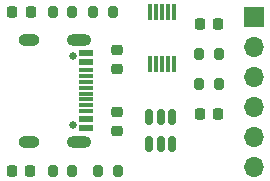
<source format=gbr>
%TF.GenerationSoftware,KiCad,Pcbnew,7.0.7*%
%TF.CreationDate,2024-05-21T12:30:45-04:00*%
%TF.ProjectId,CH340E_USB_UART,43483334-3045-45f5-9553-425f55415254,rev?*%
%TF.SameCoordinates,Original*%
%TF.FileFunction,Soldermask,Top*%
%TF.FilePolarity,Negative*%
%FSLAX46Y46*%
G04 Gerber Fmt 4.6, Leading zero omitted, Abs format (unit mm)*
G04 Created by KiCad (PCBNEW 7.0.7) date 2024-05-21 12:30:45*
%MOMM*%
%LPD*%
G01*
G04 APERTURE LIST*
G04 Aperture macros list*
%AMRoundRect*
0 Rectangle with rounded corners*
0 $1 Rounding radius*
0 $2 $3 $4 $5 $6 $7 $8 $9 X,Y pos of 4 corners*
0 Add a 4 corners polygon primitive as box body*
4,1,4,$2,$3,$4,$5,$6,$7,$8,$9,$2,$3,0*
0 Add four circle primitives for the rounded corners*
1,1,$1+$1,$2,$3*
1,1,$1+$1,$4,$5*
1,1,$1+$1,$6,$7*
1,1,$1+$1,$8,$9*
0 Add four rect primitives between the rounded corners*
20,1,$1+$1,$2,$3,$4,$5,0*
20,1,$1+$1,$4,$5,$6,$7,0*
20,1,$1+$1,$6,$7,$8,$9,0*
20,1,$1+$1,$8,$9,$2,$3,0*%
G04 Aperture macros list end*
%ADD10RoundRect,0.218750X-0.218750X-0.256250X0.218750X-0.256250X0.218750X0.256250X-0.218750X0.256250X0*%
%ADD11RoundRect,0.225000X0.225000X0.250000X-0.225000X0.250000X-0.225000X-0.250000X0.225000X-0.250000X0*%
%ADD12RoundRect,0.225000X-0.225000X-0.250000X0.225000X-0.250000X0.225000X0.250000X-0.225000X0.250000X0*%
%ADD13RoundRect,0.200000X0.200000X0.275000X-0.200000X0.275000X-0.200000X-0.275000X0.200000X-0.275000X0*%
%ADD14RoundRect,0.218750X0.256250X-0.218750X0.256250X0.218750X-0.256250X0.218750X-0.256250X-0.218750X0*%
%ADD15RoundRect,0.150000X0.150000X-0.512500X0.150000X0.512500X-0.150000X0.512500X-0.150000X-0.512500X0*%
%ADD16R,0.300000X1.400000*%
%ADD17C,0.650000*%
%ADD18R,1.240000X0.600000*%
%ADD19R,1.240000X0.300000*%
%ADD20O,2.100000X1.000000*%
%ADD21O,1.800000X1.000000*%
%ADD22RoundRect,0.225000X0.250000X-0.225000X0.250000X0.225000X-0.250000X0.225000X-0.250000X-0.225000X0*%
%ADD23R,1.700000X1.700000*%
%ADD24O,1.700000X1.700000*%
%ADD25RoundRect,0.200000X-0.200000X-0.275000X0.200000X-0.275000X0.200000X0.275000X-0.200000X0.275000X0*%
G04 APERTURE END LIST*
D10*
%TO.C,D2*%
X134467500Y-97028000D03*
X136042500Y-97028000D03*
%TD*%
%TO.C,D1*%
X134442000Y-110490000D03*
X136017000Y-110490000D03*
%TD*%
D11*
%TO.C,C2*%
X151905000Y-105664000D03*
X150355000Y-105664000D03*
%TD*%
D12*
%TO.C,C3*%
X150368000Y-98044000D03*
X151918000Y-98044000D03*
%TD*%
D13*
%TO.C,R6*%
X139572000Y-97028000D03*
X137922000Y-97028000D03*
%TD*%
D14*
%TO.C,F1*%
X143383000Y-101854000D03*
X143383000Y-100279000D03*
%TD*%
D13*
%TO.C,R3*%
X152000000Y-100584000D03*
X150350000Y-100584000D03*
%TD*%
D15*
%TO.C,U2*%
X146116000Y-108198500D03*
X147066000Y-108198500D03*
X148016000Y-108198500D03*
X148016000Y-105923500D03*
X147066000Y-105923500D03*
X146116000Y-105923500D03*
%TD*%
D16*
%TO.C,U1*%
X146193000Y-101428000D03*
X146693000Y-101428000D03*
X147193000Y-101428000D03*
X147693000Y-101428000D03*
X148193000Y-101428000D03*
X148193000Y-97028000D03*
X147693000Y-97028000D03*
X147193000Y-97028000D03*
X146693000Y-97028000D03*
X146193000Y-97028000D03*
%TD*%
D17*
%TO.C,P1*%
X139605000Y-100790000D03*
X139605000Y-106570000D03*
D18*
X140725000Y-100480000D03*
X140725000Y-101280000D03*
D19*
X140725000Y-102430000D03*
X140725000Y-103430000D03*
X140725000Y-103930000D03*
X140725000Y-104930000D03*
D18*
X140725000Y-106080000D03*
X140725000Y-106880000D03*
X140725000Y-106880000D03*
X140725000Y-106080000D03*
D19*
X140725000Y-105430000D03*
X140725000Y-104430000D03*
X140725000Y-102930000D03*
X140725000Y-101930000D03*
D18*
X140725000Y-101280000D03*
X140725000Y-100480000D03*
D20*
X140125000Y-99360000D03*
D21*
X135925000Y-99360000D03*
D20*
X140125000Y-108000000D03*
D21*
X135925000Y-108000000D03*
%TD*%
D22*
%TO.C,C1*%
X143383000Y-107074000D03*
X143383000Y-105524000D03*
%TD*%
D13*
%TO.C,R4*%
X152000000Y-103124000D03*
X150350000Y-103124000D03*
%TD*%
D23*
%TO.C,J1*%
X154940000Y-97409000D03*
D24*
X154940000Y-99949000D03*
X154940000Y-102489000D03*
X154940000Y-105029000D03*
X154940000Y-107569000D03*
X154940000Y-110109000D03*
%TD*%
D13*
%TO.C,R1*%
X143000000Y-97000000D03*
X141350000Y-97000000D03*
%TD*%
%TO.C,R5*%
X139573000Y-110490000D03*
X137923000Y-110490000D03*
%TD*%
D25*
%TO.C,R2*%
X141796000Y-110490000D03*
X143446000Y-110490000D03*
%TD*%
M02*

</source>
